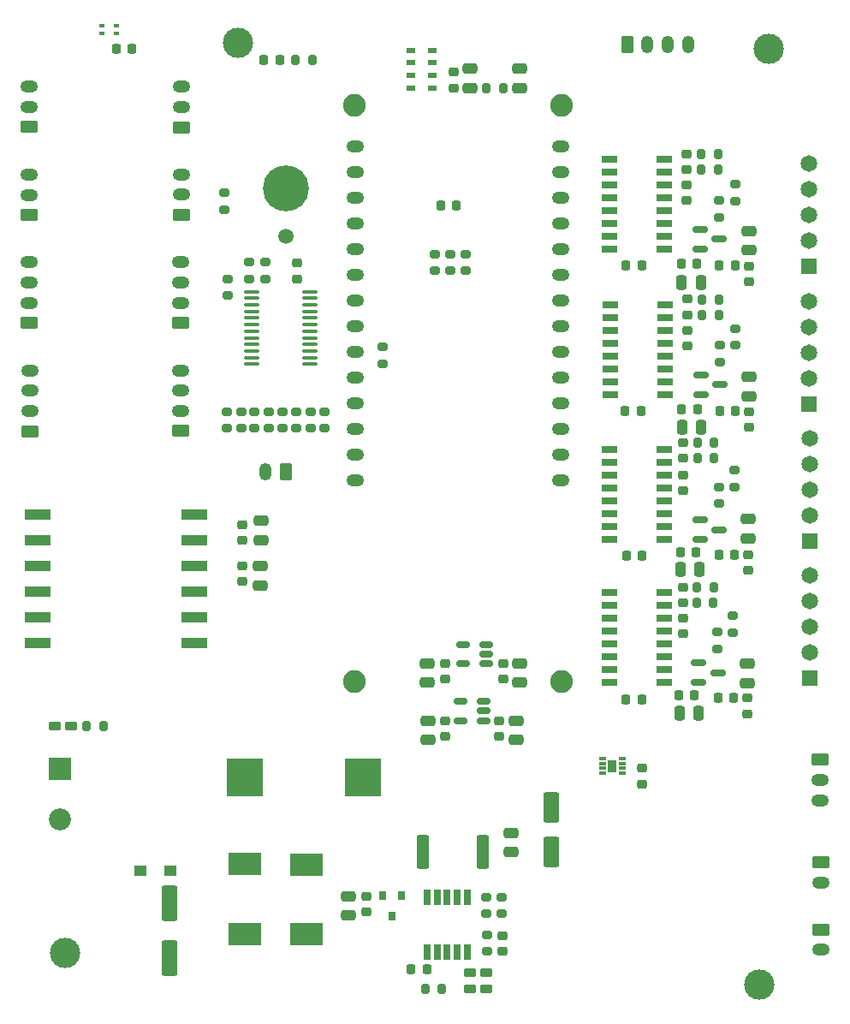
<source format=gts>
G04 #@! TF.GenerationSoftware,KiCad,Pcbnew,(6.0.5)*
G04 #@! TF.CreationDate,2022-12-05T11:42:03+01:00*
G04 #@! TF.ProjectId,ruche,72756368-652e-46b6-9963-61645f706362,rev?*
G04 #@! TF.SameCoordinates,Original*
G04 #@! TF.FileFunction,Soldermask,Top*
G04 #@! TF.FilePolarity,Negative*
%FSLAX46Y46*%
G04 Gerber Fmt 4.6, Leading zero omitted, Abs format (unit mm)*
G04 Created by KiCad (PCBNEW (6.0.5)) date 2022-12-05 11:42:03*
%MOMM*%
%LPD*%
G01*
G04 APERTURE LIST*
G04 Aperture macros list*
%AMRoundRect*
0 Rectangle with rounded corners*
0 $1 Rounding radius*
0 $2 $3 $4 $5 $6 $7 $8 $9 X,Y pos of 4 corners*
0 Add a 4 corners polygon primitive as box body*
4,1,4,$2,$3,$4,$5,$6,$7,$8,$9,$2,$3,0*
0 Add four circle primitives for the rounded corners*
1,1,$1+$1,$2,$3*
1,1,$1+$1,$4,$5*
1,1,$1+$1,$6,$7*
1,1,$1+$1,$8,$9*
0 Add four rect primitives between the rounded corners*
20,1,$1+$1,$2,$3,$4,$5,0*
20,1,$1+$1,$4,$5,$6,$7,0*
20,1,$1+$1,$6,$7,$8,$9,0*
20,1,$1+$1,$8,$9,$2,$3,0*%
G04 Aperture macros list end*
%ADD10RoundRect,0.250000X-0.550000X1.500000X-0.550000X-1.500000X0.550000X-1.500000X0.550000X1.500000X0*%
%ADD11RoundRect,0.225000X-0.250000X0.225000X-0.250000X-0.225000X0.250000X-0.225000X0.250000X0.225000X0*%
%ADD12RoundRect,0.250000X-0.475000X0.250000X-0.475000X-0.250000X0.475000X-0.250000X0.475000X0.250000X0*%
%ADD13RoundRect,0.225000X-0.225000X-0.250000X0.225000X-0.250000X0.225000X0.250000X-0.225000X0.250000X0*%
%ADD14RoundRect,0.250000X0.475000X-0.250000X0.475000X0.250000X-0.475000X0.250000X-0.475000X-0.250000X0*%
%ADD15RoundRect,0.250000X0.550000X-1.250000X0.550000X1.250000X-0.550000X1.250000X-0.550000X-1.250000X0*%
%ADD16RoundRect,0.212500X-0.400000X-0.212500X0.400000X-0.212500X0.400000X0.212500X-0.400000X0.212500X0*%
%ADD17R,1.240000X1.120000*%
%ADD18R,3.200000X2.250000*%
%ADD19R,0.650000X1.525000*%
%ADD20R,2.175000X2.175000*%
%ADD21C,2.175000*%
%ADD22RoundRect,0.250000X-0.350000X-0.625000X0.350000X-0.625000X0.350000X0.625000X-0.350000X0.625000X0*%
%ADD23O,1.200000X1.750000*%
%ADD24R,3.650000X3.750000*%
%ADD25R,0.800000X0.900000*%
%ADD26RoundRect,0.200000X-0.200000X-0.275000X0.200000X-0.275000X0.200000X0.275000X-0.200000X0.275000X0*%
%ADD27RoundRect,0.200000X0.275000X-0.200000X0.275000X0.200000X-0.275000X0.200000X-0.275000X-0.200000X0*%
%ADD28RoundRect,0.200000X-0.275000X0.200000X-0.275000X-0.200000X0.275000X-0.200000X0.275000X0.200000X0*%
%ADD29RoundRect,0.250000X-0.362500X-1.425000X0.362500X-1.425000X0.362500X1.425000X-0.362500X1.425000X0*%
%ADD30RoundRect,0.250000X-0.625000X0.350000X-0.625000X-0.350000X0.625000X-0.350000X0.625000X0.350000X0*%
%ADD31O,1.750000X1.200000*%
%ADD32R,0.750000X0.300000*%
%ADD33R,0.900000X1.300000*%
%ADD34RoundRect,0.250000X0.625000X-0.350000X0.625000X0.350000X-0.625000X0.350000X-0.625000X-0.350000X0*%
%ADD35R,2.500000X1.000000*%
%ADD36C,1.500000*%
%ADD37C,4.540000*%
%ADD38RoundRect,0.225000X0.250000X-0.225000X0.250000X0.225000X-0.250000X0.225000X-0.250000X-0.225000X0*%
%ADD39RoundRect,0.150000X-0.587500X-0.150000X0.587500X-0.150000X0.587500X0.150000X-0.587500X0.150000X0*%
%ADD40R,1.650000X1.650000*%
%ADD41C,1.650000*%
%ADD42RoundRect,0.250000X0.350000X0.625000X-0.350000X0.625000X-0.350000X-0.625000X0.350000X-0.625000X0*%
%ADD43RoundRect,0.218750X0.218750X0.256250X-0.218750X0.256250X-0.218750X-0.256250X0.218750X-0.256250X0*%
%ADD44RoundRect,0.218750X-0.218750X-0.256250X0.218750X-0.256250X0.218750X0.256250X-0.218750X0.256250X0*%
%ADD45RoundRect,0.250000X-0.250000X-0.475000X0.250000X-0.475000X0.250000X0.475000X-0.250000X0.475000X0*%
%ADD46RoundRect,0.100000X-0.637500X-0.100000X0.637500X-0.100000X0.637500X0.100000X-0.637500X0.100000X0*%
%ADD47RoundRect,0.150000X0.512500X0.150000X-0.512500X0.150000X-0.512500X-0.150000X0.512500X-0.150000X0*%
%ADD48R,1.525000X0.700000*%
%ADD49C,2.250000*%
%ADD50RoundRect,0.225000X0.225000X0.250000X-0.225000X0.250000X-0.225000X-0.250000X0.225000X-0.250000X0*%
%ADD51C,3.000000*%
%ADD52R,0.500000X0.300000*%
%ADD53R,0.950000X0.550000*%
G04 APERTURE END LIST*
D10*
X102625000Y-157110000D03*
X102625000Y-162510000D03*
D11*
X122060000Y-156385000D03*
X122060000Y-157935000D03*
D12*
X120290000Y-156390000D03*
X120290000Y-158290000D03*
D11*
X135560000Y-160275000D03*
X135560000Y-161825000D03*
X149347466Y-143757466D03*
X149347466Y-145307466D03*
D13*
X126495000Y-163600000D03*
X128045000Y-163600000D03*
D14*
X136410000Y-152035000D03*
X136410000Y-150135000D03*
D15*
X140380000Y-152010000D03*
X140380000Y-147610000D03*
D16*
X91277500Y-139580000D03*
X92902500Y-139580000D03*
D17*
X102700000Y-153900000D03*
X99700000Y-153900000D03*
D16*
X132307500Y-165542000D03*
X133932500Y-165542000D03*
X132327500Y-163992000D03*
X133952500Y-163992000D03*
D18*
X116180000Y-153260000D03*
X116180000Y-160160000D03*
X110025000Y-153235000D03*
X110025000Y-160135000D03*
D19*
X128070000Y-161912000D03*
X129070000Y-161912000D03*
X130070000Y-161912000D03*
X131070000Y-161912000D03*
X132070000Y-161912000D03*
X132070000Y-156488000D03*
X131070000Y-156488000D03*
X130070000Y-156488000D03*
X129070000Y-156488000D03*
X128070000Y-156488000D03*
D20*
X91780000Y-143785000D03*
D21*
X91780000Y-148785000D03*
D22*
X147870000Y-72180000D03*
D23*
X149870000Y-72180000D03*
X151870000Y-72180000D03*
X153870000Y-72180000D03*
D24*
X110040000Y-144690000D03*
X121740000Y-144690000D03*
D25*
X125540000Y-156350000D03*
X123640000Y-156350000D03*
X124590000Y-158350000D03*
D26*
X94425000Y-139570000D03*
X96075000Y-139570000D03*
D27*
X133990000Y-161875000D03*
X133990000Y-160225000D03*
D26*
X127895000Y-165540000D03*
X129545000Y-165540000D03*
D28*
X135460000Y-156485000D03*
X135460000Y-158135000D03*
D27*
X133960000Y-158135000D03*
X133960000Y-156485000D03*
D29*
X127637500Y-152030000D03*
X133562500Y-152030000D03*
D28*
X112080000Y-93685000D03*
X112080000Y-95335000D03*
X110480000Y-93685000D03*
X110480000Y-95335000D03*
D30*
X167010000Y-153050000D03*
D31*
X167010000Y-155050000D03*
D30*
X166990000Y-159690000D03*
D31*
X166990000Y-161690000D03*
D32*
X147397466Y-144257466D03*
X147397466Y-143757466D03*
X147397466Y-143257466D03*
X147397466Y-142757466D03*
X145397466Y-142757466D03*
X145397466Y-143257466D03*
X145397466Y-143757466D03*
X145397466Y-144257466D03*
D33*
X146397466Y-143507466D03*
D34*
X88740000Y-89040000D03*
D31*
X88740000Y-87040000D03*
X88740000Y-85040000D03*
D34*
X88750000Y-80340000D03*
D31*
X88750000Y-78340000D03*
X88750000Y-76340000D03*
D34*
X103760000Y-89030000D03*
D31*
X103760000Y-87030000D03*
X103760000Y-85030000D03*
D35*
X105065000Y-131360000D03*
X105065000Y-128820000D03*
X105065000Y-126280000D03*
X105065000Y-123740000D03*
X105065000Y-121200000D03*
X105065000Y-118660000D03*
X89565000Y-118660000D03*
X89565000Y-121200000D03*
X89565000Y-123740000D03*
X89565000Y-126280000D03*
X89565000Y-128820000D03*
X89565000Y-131360000D03*
D11*
X109765000Y-123750000D03*
X109765000Y-125300000D03*
D12*
X111590000Y-123750000D03*
X111590000Y-125650000D03*
D27*
X123660000Y-103745000D03*
X123660000Y-102095000D03*
D36*
X114110000Y-91170000D03*
D37*
X114110000Y-86370000D03*
D12*
X128070000Y-133360000D03*
X128070000Y-135260000D03*
D38*
X109780000Y-121215000D03*
X109780000Y-119665000D03*
D27*
X158540000Y-87655000D03*
X158540000Y-86005000D03*
D14*
X159900000Y-92500000D03*
X159900000Y-90600000D03*
D12*
X136853750Y-139030000D03*
X136853750Y-140930000D03*
D27*
X108340000Y-96995000D03*
X108340000Y-95345000D03*
D14*
X159770000Y-135300000D03*
X159770000Y-133400000D03*
D34*
X103800000Y-80350000D03*
D31*
X103800000Y-78350000D03*
X103800000Y-76350000D03*
D39*
X154952500Y-133340000D03*
X154952500Y-135240000D03*
X156827500Y-134290000D03*
D11*
X135233750Y-139035000D03*
X135233750Y-140585000D03*
D27*
X158280000Y-130325000D03*
X158280000Y-128675000D03*
X156980000Y-89235000D03*
X156980000Y-87585000D03*
D40*
X165870000Y-107720000D03*
D41*
X165870000Y-105180000D03*
X165870000Y-102640000D03*
X165870000Y-100100000D03*
X165870000Y-97560000D03*
D42*
X114110000Y-114420000D03*
D23*
X112110000Y-114420000D03*
D38*
X153370000Y-113105000D03*
X153370000Y-111555000D03*
D13*
X147825000Y-122700000D03*
X149375000Y-122700000D03*
X153265000Y-108270000D03*
X154815000Y-108270000D03*
D28*
X109670000Y-108485000D03*
X109670000Y-110135000D03*
X112400000Y-108485000D03*
X112400000Y-110135000D03*
D43*
X158517500Y-122640000D03*
X156942500Y-122640000D03*
D28*
X115150000Y-108485000D03*
X115150000Y-110135000D03*
D11*
X159920000Y-108475000D03*
X159920000Y-110025000D03*
D14*
X159920000Y-106940000D03*
X159920000Y-105040000D03*
D44*
X111912500Y-73700000D03*
X113487500Y-73700000D03*
D27*
X158460000Y-115925000D03*
X158460000Y-114275000D03*
D45*
X153280000Y-109990000D03*
X155180000Y-109990000D03*
X153020000Y-138290000D03*
X154920000Y-138290000D03*
D40*
X165900000Y-121250000D03*
D41*
X165900000Y-118710000D03*
X165900000Y-116170000D03*
X165900000Y-113630000D03*
X165900000Y-111090000D03*
D39*
X155152500Y-104870000D03*
X155152500Y-106770000D03*
X157027500Y-105820000D03*
D46*
X110747500Y-96625000D03*
X110747500Y-97275000D03*
X110747500Y-97925000D03*
X110747500Y-98575000D03*
X110747500Y-99225000D03*
X110747500Y-99875000D03*
X110747500Y-100525000D03*
X110747500Y-101175000D03*
X110747500Y-101825000D03*
X110747500Y-102475000D03*
X110747500Y-103125000D03*
X110747500Y-103775000D03*
X116472500Y-103775000D03*
X116472500Y-103125000D03*
X116472500Y-102475000D03*
X116472500Y-101825000D03*
X116472500Y-101175000D03*
X116472500Y-100525000D03*
X116472500Y-99875000D03*
X116472500Y-99225000D03*
X116472500Y-98575000D03*
X116472500Y-97925000D03*
X116472500Y-97275000D03*
X116472500Y-96625000D03*
D28*
X108310000Y-108485000D03*
X108310000Y-110135000D03*
D47*
X133681250Y-139030000D03*
X133681250Y-138080000D03*
X133681250Y-137130000D03*
X131406250Y-137130000D03*
X131406250Y-139030000D03*
D27*
X156820000Y-131945000D03*
X156820000Y-130295000D03*
D11*
X159900000Y-94085000D03*
X159900000Y-95635000D03*
D14*
X137225000Y-76480000D03*
X137225000Y-74580000D03*
D11*
X159870000Y-122635000D03*
X159870000Y-124185000D03*
D13*
X153105000Y-122370000D03*
X154655000Y-122370000D03*
D26*
X115085000Y-73700000D03*
X116735000Y-73700000D03*
D13*
X147755000Y-136920000D03*
X149305000Y-136920000D03*
D11*
X135590000Y-133395000D03*
X135590000Y-134945000D03*
D26*
X133925000Y-76480000D03*
X135575000Y-76480000D03*
D13*
X147675000Y-108410000D03*
X149225000Y-108410000D03*
D43*
X158527500Y-94060000D03*
X156952500Y-94060000D03*
X158407500Y-136810000D03*
X156832500Y-136810000D03*
D14*
X111640000Y-121180000D03*
X111640000Y-119280000D03*
D26*
X154815000Y-111560000D03*
X156465000Y-111560000D03*
D48*
X151602000Y-106775000D03*
X151602000Y-105505000D03*
X151602000Y-104235000D03*
X151602000Y-102965000D03*
X151602000Y-101695000D03*
X151602000Y-100425000D03*
X151602000Y-99155000D03*
X151602000Y-97885000D03*
X146178000Y-97885000D03*
X146178000Y-99155000D03*
X146178000Y-100425000D03*
X146178000Y-101695000D03*
X146178000Y-102965000D03*
X146178000Y-104235000D03*
X146178000Y-105505000D03*
X146178000Y-106775000D03*
D27*
X128820000Y-94535000D03*
X128820000Y-92885000D03*
D30*
X166980000Y-142900000D03*
D31*
X166980000Y-144900000D03*
X166980000Y-146900000D03*
D48*
X151562000Y-121085000D03*
X151562000Y-119815000D03*
X151562000Y-118545000D03*
X151562000Y-117275000D03*
X151562000Y-116005000D03*
X151562000Y-114735000D03*
X151562000Y-113465000D03*
X151562000Y-112195000D03*
X146138000Y-112195000D03*
X146138000Y-113465000D03*
X146138000Y-114735000D03*
X146138000Y-116005000D03*
X146138000Y-117275000D03*
X146138000Y-118545000D03*
X146138000Y-119815000D03*
X146138000Y-121085000D03*
D49*
X120877500Y-78185000D03*
X141377500Y-78185000D03*
X120877500Y-135185000D03*
X141377500Y-135185000D03*
D31*
X141287500Y-115300200D03*
X141287500Y-112760200D03*
X141287500Y-110220200D03*
X141287500Y-107680200D03*
X141287500Y-105140200D03*
X141287500Y-102600200D03*
X141287500Y-100060200D03*
X141287500Y-97520200D03*
X141287500Y-94980200D03*
X141287500Y-92440200D03*
X141287500Y-89900200D03*
X141287500Y-87360200D03*
X141287500Y-84820200D03*
X141287500Y-82280200D03*
X120967500Y-82280200D03*
X120967500Y-84820200D03*
X120967500Y-87360200D03*
X120967500Y-89900200D03*
X120967500Y-92440200D03*
X120967500Y-94980200D03*
X120967500Y-97520200D03*
X120967500Y-100060200D03*
X120967500Y-102600200D03*
X120967500Y-105140200D03*
X120967500Y-107680200D03*
X120967500Y-110220200D03*
X120967500Y-112760200D03*
X120967500Y-115300200D03*
D50*
X130945000Y-88080000D03*
X129395000Y-88080000D03*
D27*
X157040000Y-103545000D03*
X157040000Y-101895000D03*
D26*
X154745000Y-127400000D03*
X156395000Y-127400000D03*
D28*
X117910000Y-108485000D03*
X117910000Y-110135000D03*
D51*
X92240000Y-162030000D03*
D45*
X153250000Y-95750000D03*
X155150000Y-95750000D03*
D51*
X109370000Y-72030000D03*
D45*
X153120000Y-124080000D03*
X155020000Y-124080000D03*
D13*
X147745000Y-94020000D03*
X149295000Y-94020000D03*
D38*
X153820000Y-98895000D03*
X153820000Y-97345000D03*
D48*
X151542000Y-135285000D03*
X151542000Y-134015000D03*
X151542000Y-132745000D03*
X151542000Y-131475000D03*
X151542000Y-130205000D03*
X151542000Y-128935000D03*
X151542000Y-127665000D03*
X151542000Y-126395000D03*
X146118000Y-126395000D03*
X146118000Y-127665000D03*
X146118000Y-128935000D03*
X146118000Y-130205000D03*
X146118000Y-131475000D03*
X146118000Y-132745000D03*
X146118000Y-134015000D03*
X146118000Y-135285000D03*
D26*
X154815000Y-113110000D03*
X156465000Y-113110000D03*
D11*
X129843750Y-139035000D03*
X129843750Y-140585000D03*
D13*
X152985000Y-136530000D03*
X154535000Y-136530000D03*
X153235000Y-93890000D03*
X154785000Y-93890000D03*
D27*
X158540000Y-101915000D03*
X158540000Y-100265000D03*
X130350000Y-94535000D03*
X130350000Y-92885000D03*
D34*
X103730000Y-99720000D03*
D31*
X103730000Y-97720000D03*
X103730000Y-95720000D03*
X103730000Y-93720000D03*
D38*
X130675000Y-76455000D03*
X130675000Y-74905000D03*
D52*
X95937391Y-70282391D03*
X95937391Y-71082391D03*
X97337391Y-71082391D03*
X97337391Y-70282391D03*
D28*
X111020000Y-108485000D03*
X111020000Y-110135000D03*
D39*
X155072500Y-119190000D03*
X155072500Y-121090000D03*
X156947500Y-120140000D03*
D38*
X153710000Y-87585000D03*
X153710000Y-86035000D03*
D28*
X116530000Y-108485000D03*
X116530000Y-110135000D03*
D51*
X161850000Y-72600000D03*
D26*
X155265000Y-98890000D03*
X156915000Y-98890000D03*
D38*
X153820000Y-101965000D03*
X153820000Y-100415000D03*
D11*
X159770000Y-136815000D03*
X159770000Y-138365000D03*
D28*
X113780000Y-108485000D03*
X113780000Y-110135000D03*
D38*
X115180000Y-95335000D03*
X115180000Y-93785000D03*
D51*
X160910000Y-165120000D03*
D43*
X158577500Y-108450000D03*
X157002500Y-108450000D03*
D48*
X151560000Y-92390000D03*
X151560000Y-91120000D03*
X151560000Y-89850000D03*
X151560000Y-88580000D03*
X151560000Y-87310000D03*
X151560000Y-86040000D03*
X151560000Y-84770000D03*
X151560000Y-83500000D03*
X146136000Y-83500000D03*
X146136000Y-84770000D03*
X146136000Y-86040000D03*
X146136000Y-87310000D03*
X146136000Y-88580000D03*
X146136000Y-89850000D03*
X146136000Y-91120000D03*
X146136000Y-92390000D03*
D38*
X153730000Y-84535000D03*
X153730000Y-82985000D03*
D12*
X128203750Y-139030000D03*
X128203750Y-140930000D03*
D28*
X107980000Y-86855000D03*
X107980000Y-88505000D03*
D26*
X154755000Y-125870000D03*
X156405000Y-125870000D03*
D38*
X153360000Y-127395000D03*
X153360000Y-125845000D03*
D40*
X165900000Y-134800000D03*
D41*
X165900000Y-132260000D03*
X165900000Y-129720000D03*
X165900000Y-127180000D03*
X165900000Y-124640000D03*
D14*
X132350000Y-76480000D03*
X132350000Y-74580000D03*
D53*
X128620000Y-76475000D03*
X128620000Y-75225000D03*
X128620000Y-73975000D03*
X128620000Y-72725000D03*
X126470000Y-72725000D03*
X126470000Y-73975000D03*
X126470000Y-75225000D03*
X126470000Y-76475000D03*
D12*
X137260000Y-133390000D03*
X137260000Y-135290000D03*
D13*
X97337391Y-72557391D03*
X98887391Y-72557391D03*
D34*
X88760000Y-110410000D03*
D31*
X88760000Y-108410000D03*
X88760000Y-106410000D03*
X88760000Y-104410000D03*
D14*
X159870000Y-121020000D03*
X159870000Y-119120000D03*
D47*
X133887500Y-133390000D03*
X133887500Y-132440000D03*
X133887500Y-131490000D03*
X131612500Y-131490000D03*
X131612500Y-133390000D03*
D34*
X88710000Y-99720000D03*
D31*
X88710000Y-97720000D03*
X88710000Y-95720000D03*
X88710000Y-93720000D03*
D38*
X153370000Y-116275000D03*
X153370000Y-114725000D03*
D11*
X129880000Y-133395000D03*
X129880000Y-134945000D03*
D40*
X165870000Y-94100000D03*
D41*
X165870000Y-91560000D03*
X165870000Y-89020000D03*
X165870000Y-86480000D03*
X165870000Y-83940000D03*
D34*
X103730000Y-110400000D03*
D31*
X103730000Y-108400000D03*
X103730000Y-106400000D03*
X103730000Y-104400000D03*
D27*
X131870000Y-94535000D03*
X131870000Y-92885000D03*
D26*
X155195000Y-82980000D03*
X156845000Y-82980000D03*
D27*
X156940000Y-117575000D03*
X156940000Y-115925000D03*
D39*
X155072500Y-90480000D03*
X155072500Y-92380000D03*
X156947500Y-91430000D03*
D26*
X155185000Y-84500000D03*
X156835000Y-84500000D03*
X155265000Y-97370000D03*
X156915000Y-97370000D03*
D38*
X153370000Y-130445000D03*
X153370000Y-128895000D03*
M02*

</source>
